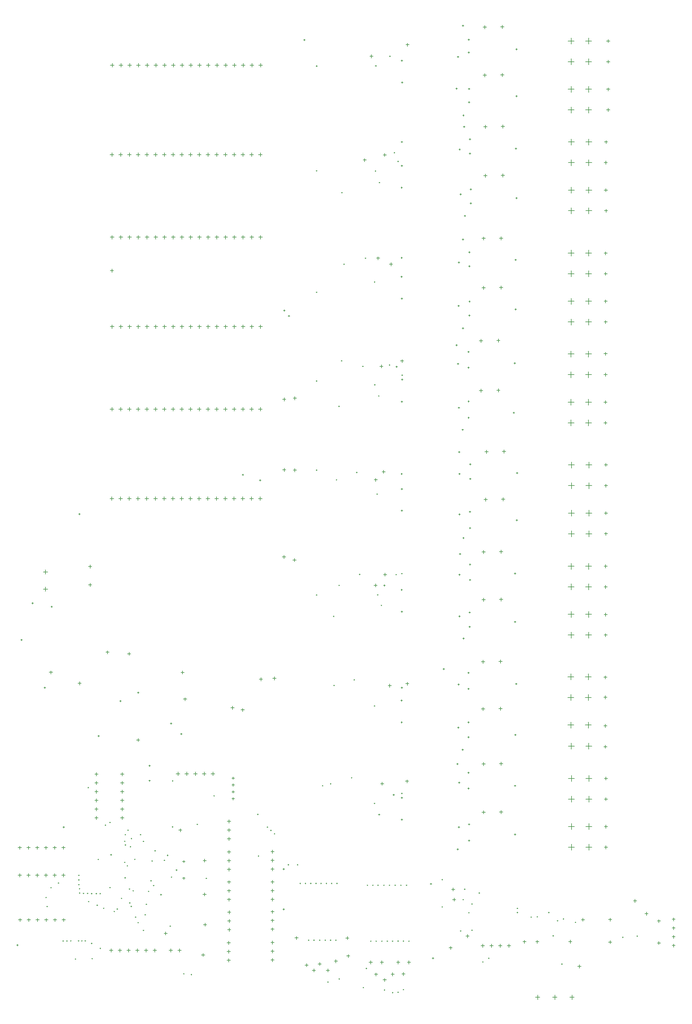
<source format=gbr>
%TF.GenerationSoftware,Altium Limited,Altium Designer,24.10.1 (45)*%
G04 Layer_Color=128*
%FSLAX43Y43*%
%MOMM*%
%TF.SameCoordinates,766D9AF5-BA92-4156-BEB6-FD46E2A8267A*%
%TF.FilePolarity,Positive*%
%TF.FileFunction,Drillmap*%
%TF.Part,Single*%
G01*
G75*
%TA.AperFunction,NonConductor*%
%ADD123C,0.127*%
D123*
X75055Y19790D02*
X76055D01*
X75555Y19290D02*
Y20290D01*
X75055Y17250D02*
X76055D01*
X75555Y16750D02*
Y17750D01*
X75055Y14710D02*
X76055D01*
X75555Y14210D02*
Y15210D01*
X138763Y18847D02*
X139763D01*
X139263Y18347D02*
Y19347D01*
X141303Y18847D02*
X142303D01*
X141803Y18347D02*
Y19347D01*
X143843Y18847D02*
X144843D01*
X144343Y18347D02*
Y19347D01*
X136223Y18847D02*
X137223D01*
X136723Y18347D02*
Y19347D01*
X107725Y8900D02*
X108675D01*
X108200Y8425D02*
Y9375D01*
X107400Y156600D02*
X108350D01*
X107875Y156125D02*
Y157075D01*
X106750Y187275D02*
X107700D01*
X107225Y186800D02*
Y187750D01*
X112785Y188834D02*
X113735D01*
X113260Y188359D02*
Y189309D01*
X105125Y154275D02*
X106075D01*
X105600Y153800D02*
Y154750D01*
X107828Y126725D02*
X108778D01*
X108303Y126250D02*
Y127200D01*
X105069Y123600D02*
X106019D01*
X105544Y123125D02*
Y124075D01*
X91175Y11675D02*
X92125D01*
X91650Y11200D02*
Y12150D01*
X82075Y21080D02*
X83025D01*
X82550Y20605D02*
Y21555D01*
X87125Y11650D02*
X88075D01*
X87600Y11175D02*
Y12125D01*
X88816Y13536D02*
X89766D01*
X89291Y13061D02*
Y14011D01*
X85000Y13174D02*
X85950D01*
X85475Y12699D02*
Y13649D01*
X103650Y14011D02*
X104600D01*
X104125Y13536D02*
Y14486D01*
X105200Y10500D02*
X106150D01*
X105675Y10025D02*
Y10975D01*
X110037Y10538D02*
X110988D01*
X110512Y10062D02*
Y11012D01*
X106900Y14011D02*
X107850D01*
X107375Y13536D02*
Y14486D01*
X111630Y14011D02*
X112580D01*
X112105Y13536D02*
Y14486D01*
X114775Y14011D02*
X115725D01*
X115250Y13536D02*
Y14486D01*
X113175Y10625D02*
X114125D01*
X113650Y10150D02*
Y11100D01*
X97100Y15854D02*
X98050D01*
X97575Y15379D02*
Y16329D01*
X96850Y21070D02*
X97800D01*
X97325Y20595D02*
Y21545D01*
X93525Y14350D02*
X94475D01*
X94000Y13875D02*
Y14825D01*
X107750Y248725D02*
X108700D01*
X108225Y248250D02*
Y249200D01*
X109575Y216950D02*
X110525D01*
X110050Y216475D02*
Y217425D01*
X105817Y218700D02*
X106767D01*
X106292Y218225D02*
Y219175D01*
X109200Y94450D02*
X110150D01*
X109675Y93975D02*
Y94925D01*
X103850Y277400D02*
X104800D01*
X104325Y276925D02*
Y277875D01*
X114294Y94997D02*
X115244D01*
X114769Y94522D02*
Y95472D01*
X114224Y66652D02*
X115174D01*
X114699Y66177D02*
Y67127D01*
X31328Y56037D02*
X32328D01*
X31828Y55537D02*
Y56537D01*
X31328Y58577D02*
X32328D01*
X31828Y58077D02*
Y59077D01*
X31328Y61117D02*
X32328D01*
X31828Y60617D02*
Y61617D01*
X31328Y63657D02*
X32328D01*
X31828Y63157D02*
Y64157D01*
X31328Y66197D02*
X32328D01*
X31828Y65697D02*
Y66697D01*
X31328Y68737D02*
X32328D01*
X31828Y68237D02*
Y69237D01*
X114340Y280779D02*
X115290D01*
X114815Y280304D02*
Y281254D01*
X101901Y247251D02*
X102851D01*
X102376Y246776D02*
Y247726D01*
X106975Y65950D02*
X107925D01*
X107450Y65475D02*
Y66425D01*
X36000Y78625D02*
X36950D01*
X36475Y78150D02*
Y79100D01*
X21975Y123733D02*
X22975D01*
X22475Y123233D02*
Y124233D01*
X21975Y129067D02*
X22975D01*
X22475Y128567D02*
Y129567D01*
X47987Y17456D02*
X48987D01*
X48487Y16956D02*
Y17956D01*
X45447Y17456D02*
X46447D01*
X45947Y16956D02*
Y17956D01*
X14247Y47332D02*
X15247D01*
X14747Y46832D02*
Y47832D01*
X11707Y47332D02*
X12707D01*
X12207Y46832D02*
Y47832D01*
X9167Y47332D02*
X10167D01*
X9667Y46832D02*
Y47832D01*
X6627Y47332D02*
X7627D01*
X7127Y46832D02*
Y47832D01*
X4087Y47332D02*
X5087D01*
X4587Y46832D02*
Y47832D01*
X1547Y47332D02*
X2547D01*
X2047Y46832D02*
Y47832D01*
X191825Y18900D02*
X192725D01*
X192275Y18450D02*
Y19350D01*
X191825Y21440D02*
X192725D01*
X192275Y20990D02*
Y21890D01*
X191825Y23980D02*
X192725D01*
X192275Y23530D02*
Y24430D01*
X191825Y26520D02*
X192725D01*
X192275Y26070D02*
Y26970D01*
X187518Y19638D02*
X188468D01*
X187993Y19163D02*
Y20113D01*
X173318Y19891D02*
X174268D01*
X173793Y19416D02*
Y20366D01*
X180548Y31868D02*
X181498D01*
X181023Y31393D02*
Y32343D01*
X173318Y26418D02*
X174268D01*
X173793Y25943D02*
Y26893D01*
X187518Y25998D02*
X188468D01*
X187993Y25523D02*
Y26473D01*
X183898Y28158D02*
X184848D01*
X184373Y27683D02*
Y28633D01*
X28077Y17496D02*
X29077D01*
X28577Y16996D02*
Y17996D01*
X30617Y17496D02*
X31617D01*
X31117Y16996D02*
Y17996D01*
X33157Y17496D02*
X34157D01*
X33657Y16996D02*
Y17996D01*
X35697Y17496D02*
X36697D01*
X36197Y16996D02*
Y17996D01*
X38237Y17496D02*
X39237D01*
X38737Y16996D02*
Y17996D01*
X40777Y17496D02*
X41777D01*
X41277Y16996D02*
Y17996D01*
X75055Y41110D02*
X76055D01*
X75555Y40610D02*
Y41610D01*
X75055Y43650D02*
X76055D01*
X75555Y43150D02*
Y44150D01*
X75055Y46190D02*
X76055D01*
X75555Y45690D02*
Y46690D01*
X75055Y32295D02*
X76055D01*
X75555Y31795D02*
Y32795D01*
X75055Y34835D02*
X76055D01*
X75555Y34335D02*
Y35335D01*
X75055Y37375D02*
X76055D01*
X75555Y36875D02*
Y37875D01*
X75055Y23625D02*
X76055D01*
X75555Y23125D02*
Y24125D01*
X75055Y26165D02*
X76055D01*
X75555Y25665D02*
Y26665D01*
X75055Y28705D02*
X76055D01*
X75555Y28205D02*
Y29205D01*
X44000Y22408D02*
X44950D01*
X44475Y21933D02*
Y22883D01*
X63722Y61561D02*
X64522D01*
X64122Y61161D02*
Y61961D01*
X63722Y65561D02*
X64522D01*
X64122Y65161D02*
Y65961D01*
X63722Y67561D02*
X64522D01*
X64122Y67161D02*
Y67961D01*
X63722Y63561D02*
X64522D01*
X64122Y63161D02*
Y63961D01*
X62417Y46131D02*
X63417D01*
X62917Y45631D02*
Y46631D01*
X62417Y43591D02*
X63417D01*
X62917Y43091D02*
Y44091D01*
X62417Y41051D02*
X63417D01*
X62917Y40551D02*
Y41551D01*
X55348Y43591D02*
X56298D01*
X55823Y43116D02*
Y44066D01*
X62367Y54961D02*
X63367D01*
X62867Y54461D02*
Y55461D01*
X62367Y52421D02*
X63367D01*
X62867Y51921D02*
Y52921D01*
X62367Y49881D02*
X63367D01*
X62867Y49381D02*
Y50381D01*
X48275Y52421D02*
X49225D01*
X48750Y51946D02*
Y52896D01*
X49387Y43326D02*
X50087D01*
X49737Y42976D02*
Y43676D01*
X49387Y38446D02*
X50087D01*
X49737Y38096D02*
Y38796D01*
X62443Y28567D02*
X63443D01*
X62943Y28067D02*
Y29067D01*
X62443Y26027D02*
X63443D01*
X62943Y25527D02*
Y26527D01*
X62443Y23487D02*
X63443D01*
X62943Y22987D02*
Y23987D01*
X55473Y24951D02*
X56423D01*
X55948Y24476D02*
Y25426D01*
X62342Y19667D02*
X63342D01*
X62842Y19167D02*
Y20167D01*
X62342Y17127D02*
X63342D01*
X62842Y16627D02*
Y17627D01*
X62342Y14587D02*
X63342D01*
X62842Y14087D02*
Y15087D01*
X54897Y16167D02*
X55847D01*
X55372Y15692D02*
Y16642D01*
X62393Y37342D02*
X63393D01*
X62893Y36842D02*
Y37842D01*
X62393Y34802D02*
X63393D01*
X62893Y34302D02*
Y35302D01*
X62393Y32262D02*
X63393D01*
X62893Y31762D02*
Y32762D01*
X55318Y33754D02*
X56268D01*
X55793Y33279D02*
Y34229D01*
X52572Y68807D02*
X53672D01*
X53122Y68257D02*
Y69357D01*
X55112Y68807D02*
X56212D01*
X55662Y68257D02*
Y69357D01*
X50032Y68807D02*
X51132D01*
X50582Y68257D02*
Y69357D01*
X47492Y68807D02*
X48592D01*
X48042Y68257D02*
Y69357D01*
X57652Y68807D02*
X58752D01*
X58202Y68257D02*
Y69357D01*
X23828Y68737D02*
X24828D01*
X24328Y68237D02*
Y69237D01*
X23828Y66197D02*
X24828D01*
X24328Y65697D02*
Y66697D01*
X23828Y63657D02*
X24828D01*
X24328Y63157D02*
Y64157D01*
X23828Y61117D02*
X24828D01*
X24328Y60617D02*
Y61617D01*
X23828Y58577D02*
X24828D01*
X24328Y58077D02*
Y59077D01*
X23828Y56037D02*
X24828D01*
X24328Y55537D02*
Y56537D01*
X148383Y20002D02*
X149333D01*
X148858Y19527D02*
Y20477D01*
X127650Y35198D02*
X128600D01*
X128125Y34723D02*
Y35673D01*
X131828Y21628D02*
X132778D01*
X132303Y21153D02*
Y22103D01*
X152117Y20002D02*
X153067D01*
X152592Y19527D02*
Y20477D01*
X157052Y3862D02*
X158352D01*
X157702Y3212D02*
Y4512D01*
X152052Y3862D02*
X153352D01*
X152702Y3212D02*
Y4512D01*
X162052Y3862D02*
X163352D01*
X162702Y3212D02*
Y4512D01*
X164367Y12822D02*
X165317D01*
X164842Y12347D02*
Y13297D01*
X165401Y26412D02*
X166351D01*
X165876Y25937D02*
Y26887D01*
X161709Y20027D02*
X162659D01*
X162184Y19552D02*
Y20502D01*
X14282Y26332D02*
X15282D01*
X14782Y25832D02*
Y26832D01*
X11742Y26332D02*
X12742D01*
X12242Y25832D02*
Y26832D01*
X9202Y26332D02*
X10202D01*
X9702Y25832D02*
Y26832D01*
X6662Y26332D02*
X7662D01*
X7162Y25832D02*
Y26832D01*
X4122Y26332D02*
X5122D01*
X4622Y25832D02*
Y26832D01*
X1582Y26332D02*
X2582D01*
X2082Y25832D02*
Y26832D01*
X14237Y39332D02*
X15237D01*
X14737Y38832D02*
Y39832D01*
X11697Y39332D02*
X12697D01*
X12197Y38832D02*
Y39832D01*
X9157Y39332D02*
X10157D01*
X9657Y38832D02*
Y39832D01*
X6617Y39332D02*
X7617D01*
X7117Y38832D02*
Y39832D01*
X4077Y39332D02*
X5077D01*
X4577Y38832D02*
Y39832D01*
X1537Y39332D02*
X2537D01*
X2037Y38832D02*
Y39832D01*
X127922Y32252D02*
X128872D01*
X128397Y31777D02*
Y32727D01*
X126900Y18224D02*
X127850D01*
X127375Y17749D02*
Y18699D01*
X66450Y224815D02*
X67550D01*
X67000Y224265D02*
Y225365D01*
X63910Y224815D02*
X65010D01*
X64460Y224265D02*
Y225365D01*
X58830Y224815D02*
X59930D01*
X59380Y224265D02*
Y225365D01*
X68990Y224815D02*
X70090D01*
X69540Y224265D02*
Y225365D01*
X71530Y224815D02*
X72630D01*
X72080Y224265D02*
Y225365D01*
X61370Y224815D02*
X62470D01*
X61920Y224265D02*
Y225365D01*
X56290Y224815D02*
X57390D01*
X56840Y224265D02*
Y225365D01*
X53750Y224815D02*
X54850D01*
X54300Y224265D02*
Y225365D01*
X51210Y224815D02*
X52310D01*
X51760Y224265D02*
Y225365D01*
X30890Y224815D02*
X31990D01*
X31440Y224265D02*
Y225365D01*
X33430Y224815D02*
X34530D01*
X33980Y224265D02*
Y225365D01*
X41050Y224815D02*
X42150D01*
X41600Y224265D02*
Y225365D01*
X35970Y224815D02*
X37070D01*
X36520Y224265D02*
Y225365D01*
X43590Y224815D02*
X44690D01*
X44140Y224265D02*
Y225365D01*
X38510Y224815D02*
X39610D01*
X39060Y224265D02*
Y225365D01*
X46130Y224815D02*
X47230D01*
X46680Y224265D02*
Y225365D01*
X28350Y224815D02*
X29450D01*
X28900Y224265D02*
Y225365D01*
X48670Y224815D02*
X49770D01*
X49220Y224265D02*
Y225365D01*
X66410Y174815D02*
X67510D01*
X66960Y174265D02*
Y175365D01*
X63870Y174815D02*
X64970D01*
X64420Y174265D02*
Y175365D01*
X58790Y174815D02*
X59890D01*
X59340Y174265D02*
Y175365D01*
X68950Y174815D02*
X70050D01*
X69500Y174265D02*
Y175365D01*
X71490Y174815D02*
X72590D01*
X72040Y174265D02*
Y175365D01*
X61330Y174815D02*
X62430D01*
X61880Y174265D02*
Y175365D01*
X56250Y174815D02*
X57350D01*
X56800Y174265D02*
Y175365D01*
X53710Y174815D02*
X54810D01*
X54260Y174265D02*
Y175365D01*
X51170Y174815D02*
X52270D01*
X51720Y174265D02*
Y175365D01*
X30850Y174815D02*
X31950D01*
X31400Y174265D02*
Y175365D01*
X33390Y174815D02*
X34490D01*
X33940Y174265D02*
Y175365D01*
X41010Y174815D02*
X42110D01*
X41560Y174265D02*
Y175365D01*
X35930Y174815D02*
X37030D01*
X36480Y174265D02*
Y175365D01*
X43550Y174815D02*
X44650D01*
X44100Y174265D02*
Y175365D01*
X38470Y174815D02*
X39570D01*
X39020Y174265D02*
Y175365D01*
X46090Y174815D02*
X47190D01*
X46640Y174265D02*
Y175365D01*
X28310Y174815D02*
X29410D01*
X28860Y174265D02*
Y175365D01*
X48630Y174815D02*
X49730D01*
X49180Y174265D02*
Y175365D01*
X140763Y180304D02*
X141763D01*
X141263Y179804D02*
Y180804D01*
X135688Y180229D02*
X136688D01*
X136188Y179729D02*
Y180729D01*
X140763Y194774D02*
X141763D01*
X141263Y194274D02*
Y195274D01*
X135688Y194699D02*
X136688D01*
X136188Y194199D02*
Y195199D01*
X141540Y210203D02*
X142540D01*
X142040Y209703D02*
Y210703D01*
X136465Y210128D02*
X137465D01*
X136965Y209628D02*
Y210628D01*
X141570Y224524D02*
X142570D01*
X142070Y224024D02*
Y225024D01*
X136495Y224449D02*
X137495D01*
X136995Y223949D02*
Y224949D01*
X141870Y271963D02*
X142870D01*
X142370Y271463D02*
Y272463D01*
X136795Y271888D02*
X137795D01*
X137295Y271388D02*
Y272388D01*
X141870Y285933D02*
X142870D01*
X142370Y285433D02*
Y286433D01*
X136795Y285858D02*
X137795D01*
X137295Y285358D02*
Y286358D01*
X142056Y242748D02*
X143056D01*
X142556Y242248D02*
Y243248D01*
X136981Y242673D02*
X137981D01*
X137481Y242173D02*
Y243173D01*
X142056Y257006D02*
X143056D01*
X142556Y256506D02*
Y257506D01*
X136981Y256931D02*
X137981D01*
X137481Y256431D02*
Y257431D01*
X171958Y170854D02*
X172908D01*
X172433Y170379D02*
Y171329D01*
X171958Y176854D02*
X172908D01*
X172433Y176379D02*
Y177329D01*
X171978Y184874D02*
X172928D01*
X172453Y184399D02*
Y185349D01*
X171978Y190934D02*
X172928D01*
X172453Y190459D02*
Y191409D01*
X172025Y200174D02*
X172975D01*
X172500Y199699D02*
Y200649D01*
X172025Y206174D02*
X172975D01*
X172500Y205699D02*
Y206649D01*
X172025Y214174D02*
X172975D01*
X172500Y213699D02*
Y214649D01*
X172025Y220144D02*
X172975D01*
X172500Y219669D02*
Y220619D01*
X172751Y261823D02*
X173701D01*
X173226Y261348D02*
Y262298D01*
X172751Y267823D02*
X173701D01*
X173226Y267348D02*
Y268298D01*
X172751Y275823D02*
X173701D01*
X173226Y275348D02*
Y276298D01*
X172751Y281823D02*
X173701D01*
X173226Y281348D02*
Y282298D01*
X172117Y232498D02*
X173067D01*
X172592Y232023D02*
Y232973D01*
X172067Y238498D02*
X173017D01*
X172542Y238023D02*
Y238973D01*
X172027Y246498D02*
X172977D01*
X172502Y246023D02*
Y246973D01*
X172117Y252498D02*
X173067D01*
X172592Y252023D02*
Y252973D01*
X161504Y170854D02*
X163282D01*
X162393Y169965D02*
Y171743D01*
X166584Y170854D02*
X168362D01*
X167473Y169965D02*
Y171743D01*
X161504Y176854D02*
X163282D01*
X162393Y175965D02*
Y177743D01*
X166584Y176854D02*
X168362D01*
X167473Y175965D02*
Y177743D01*
X161504Y184854D02*
X163282D01*
X162393Y183965D02*
Y185743D01*
X166584Y184854D02*
X168362D01*
X167473Y183965D02*
Y185743D01*
X161504Y190854D02*
X163282D01*
X162393Y189965D02*
Y191743D01*
X166584Y190854D02*
X168362D01*
X167473Y189965D02*
Y191743D01*
X161571Y200174D02*
X163349D01*
X162460Y199285D02*
Y201063D01*
X166651Y200174D02*
X168429D01*
X167540Y199285D02*
Y201063D01*
X161571Y206174D02*
X163349D01*
X162460Y205285D02*
Y207063D01*
X166651Y206174D02*
X168429D01*
X167540Y205285D02*
Y207063D01*
X161571Y214174D02*
X163349D01*
X162460Y213285D02*
Y215063D01*
X166651Y214174D02*
X168429D01*
X167540Y213285D02*
Y215063D01*
X161571Y220174D02*
X163349D01*
X162460Y219285D02*
Y221063D01*
X166651Y220174D02*
X168429D01*
X167540Y219285D02*
Y221063D01*
X161561Y261823D02*
X163339D01*
X162450Y260934D02*
Y262712D01*
X166641Y261823D02*
X168419D01*
X167530Y260934D02*
Y262712D01*
X161561Y267823D02*
X163339D01*
X162450Y266934D02*
Y268712D01*
X166641Y267823D02*
X168419D01*
X167530Y266934D02*
Y268712D01*
X161561Y275823D02*
X163339D01*
X162450Y274934D02*
Y276712D01*
X166641Y275823D02*
X168419D01*
X167530Y274934D02*
Y276712D01*
X161561Y281823D02*
X163339D01*
X162450Y280934D02*
Y282712D01*
X166641Y281823D02*
X168419D01*
X167530Y280934D02*
Y282712D01*
X161613Y232498D02*
X163391D01*
X162502Y231609D02*
Y233387D01*
X166693Y232498D02*
X168471D01*
X167582Y231609D02*
Y233387D01*
X161613Y238498D02*
X163391D01*
X162502Y237609D02*
Y239387D01*
X166693Y238498D02*
X168471D01*
X167582Y237609D02*
Y239387D01*
X161613Y246498D02*
X163391D01*
X162502Y245609D02*
Y247387D01*
X166693Y246498D02*
X168471D01*
X167582Y245609D02*
Y247387D01*
X161613Y252498D02*
X163391D01*
X162502Y251609D02*
Y253387D01*
X166693Y252498D02*
X168471D01*
X167582Y251609D02*
Y253387D01*
X66420Y198815D02*
X67520D01*
X66970Y198265D02*
Y199365D01*
X63880Y198815D02*
X64980D01*
X64430Y198265D02*
Y199365D01*
X58800Y198815D02*
X59900D01*
X59350Y198265D02*
Y199365D01*
X68960Y198815D02*
X70060D01*
X69510Y198265D02*
Y199365D01*
X71500Y198815D02*
X72600D01*
X72050Y198265D02*
Y199365D01*
X61340Y198815D02*
X62440D01*
X61890Y198265D02*
Y199365D01*
X56260Y198815D02*
X57360D01*
X56810Y198265D02*
Y199365D01*
X53720Y198815D02*
X54820D01*
X54270Y198265D02*
Y199365D01*
X51180Y198815D02*
X52280D01*
X51730Y198265D02*
Y199365D01*
X30860Y198815D02*
X31960D01*
X31410Y198265D02*
Y199365D01*
X33400Y198815D02*
X34500D01*
X33950Y198265D02*
Y199365D01*
X41020Y198815D02*
X42120D01*
X41570Y198265D02*
Y199365D01*
X35940Y198815D02*
X37040D01*
X36490Y198265D02*
Y199365D01*
X43560Y198815D02*
X44660D01*
X44110Y198265D02*
Y199365D01*
X38480Y198815D02*
X39580D01*
X39030Y198265D02*
Y199365D01*
X46100Y198815D02*
X47200D01*
X46650Y198265D02*
Y199365D01*
X28320Y198815D02*
X29420D01*
X28870Y198265D02*
Y199365D01*
X48640Y198815D02*
X49740D01*
X49190Y198265D02*
Y199365D01*
X66360Y148815D02*
X67460D01*
X66910Y148265D02*
Y149365D01*
X63820Y148815D02*
X64920D01*
X64370Y148265D02*
Y149365D01*
X58740Y148815D02*
X59840D01*
X59290Y148265D02*
Y149365D01*
X68900Y148815D02*
X70000D01*
X69450Y148265D02*
Y149365D01*
X71440Y148815D02*
X72540D01*
X71990Y148265D02*
Y149365D01*
X61280Y148815D02*
X62380D01*
X61830Y148265D02*
Y149365D01*
X56200Y148815D02*
X57300D01*
X56750Y148265D02*
Y149365D01*
X53660Y148815D02*
X54760D01*
X54210Y148265D02*
Y149365D01*
X51120Y148815D02*
X52220D01*
X51670Y148265D02*
Y149365D01*
X30800Y148815D02*
X31900D01*
X31350Y148265D02*
Y149365D01*
X33340Y148815D02*
X34440D01*
X33890Y148265D02*
Y149365D01*
X40960Y148815D02*
X42060D01*
X41510Y148265D02*
Y149365D01*
X35880Y148815D02*
X36980D01*
X36430Y148265D02*
Y149365D01*
X43500Y148815D02*
X44600D01*
X44050Y148265D02*
Y149365D01*
X38420Y148815D02*
X39520D01*
X38970Y148265D02*
Y149365D01*
X46040Y148815D02*
X47140D01*
X46590Y148265D02*
Y149365D01*
X28260Y148815D02*
X29360D01*
X28810Y148265D02*
Y149365D01*
X48580Y148815D02*
X49680D01*
X49130Y148265D02*
Y149365D01*
X141574Y57725D02*
X142574D01*
X142074Y57225D02*
Y58225D01*
X136499Y57650D02*
X137499D01*
X136999Y57150D02*
Y58150D01*
X136499Y71664D02*
X137499D01*
X136999Y71164D02*
Y72164D01*
X141574Y71739D02*
X142574D01*
X142074Y71239D02*
Y72239D01*
X141414Y87735D02*
X142414D01*
X141914Y87235D02*
Y88235D01*
X136339Y87660D02*
X137339D01*
X136839Y87160D02*
Y88160D01*
X141414Y101475D02*
X142414D01*
X141914Y100975D02*
Y101975D01*
X136339Y101400D02*
X137339D01*
X136839Y100900D02*
Y101900D01*
X142174Y148609D02*
X143174D01*
X142674Y148109D02*
Y149109D01*
X137099Y148534D02*
X138099D01*
X137599Y148034D02*
Y149034D01*
X142394Y162509D02*
X143394D01*
X142894Y162009D02*
Y163009D01*
X137319Y162434D02*
X138319D01*
X137819Y161934D02*
Y162934D01*
X141556Y119499D02*
X142556D01*
X142056Y118999D02*
Y119999D01*
X136481Y119424D02*
X137481D01*
X136981Y118924D02*
Y119924D01*
X141556Y133389D02*
X142556D01*
X142056Y132889D02*
Y133889D01*
X136481Y133314D02*
X137481D01*
X136981Y132814D02*
Y133814D01*
X172099Y47455D02*
X173049D01*
X172574Y46980D02*
Y47930D01*
X172099Y53465D02*
X173049D01*
X172574Y52990D02*
Y53940D01*
X172099Y61445D02*
X173049D01*
X172574Y60970D02*
Y61920D01*
X172099Y67465D02*
X173049D01*
X172574Y66990D02*
Y67940D01*
X171939Y76685D02*
X172889D01*
X172414Y76210D02*
Y77160D01*
X171939Y82765D02*
X172889D01*
X172414Y82290D02*
Y83240D01*
X171939Y91055D02*
X172889D01*
X172414Y90580D02*
Y91530D01*
X171939Y96875D02*
X172889D01*
X172414Y96400D02*
Y97350D01*
X172079Y138629D02*
X173029D01*
X172554Y138154D02*
Y139104D01*
X172079Y144579D02*
X173029D01*
X172554Y144104D02*
Y145054D01*
X172079Y152579D02*
X173029D01*
X172554Y152104D02*
Y153054D01*
X172079Y158639D02*
X173029D01*
X172554Y158164D02*
Y159114D01*
X172011Y109149D02*
X172961D01*
X172486Y108674D02*
Y109624D01*
X172011Y115109D02*
X172961D01*
X172486Y114634D02*
Y115584D01*
X172011Y123149D02*
X172961D01*
X172486Y122674D02*
Y123624D01*
X172011Y129149D02*
X172961D01*
X172486Y128674D02*
Y129624D01*
X161645Y47465D02*
X163423D01*
X162534Y46576D02*
Y48354D01*
X166725Y47465D02*
X168503D01*
X167614Y46576D02*
Y48354D01*
X161645Y53465D02*
X163423D01*
X162534Y52576D02*
Y54354D01*
X166725Y53465D02*
X168503D01*
X167614Y52576D02*
Y54354D01*
X166725Y61465D02*
X168503D01*
X167614Y60576D02*
Y62354D01*
X161645Y61465D02*
X163423D01*
X162534Y60576D02*
Y62354D01*
X166725Y67465D02*
X168503D01*
X167614Y66576D02*
Y68354D01*
X161645Y67465D02*
X163423D01*
X162534Y66576D02*
Y68354D01*
X161595Y76855D02*
X163373D01*
X162484Y75966D02*
Y77744D01*
X166675Y76855D02*
X168453D01*
X167564Y75966D02*
Y77744D01*
X161485Y82985D02*
X163263D01*
X162374Y82096D02*
Y83874D01*
X166565Y82985D02*
X168343D01*
X167454Y82096D02*
Y83874D01*
X161485Y90985D02*
X163263D01*
X162374Y90096D02*
Y91874D01*
X166565Y90985D02*
X168343D01*
X167454Y90096D02*
Y91874D01*
X161485Y96985D02*
X163263D01*
X162374Y96096D02*
Y97874D01*
X166565Y96985D02*
X168343D01*
X167454Y96096D02*
Y97874D01*
X161625Y138579D02*
X163403D01*
X162514Y137690D02*
Y139468D01*
X166705Y138579D02*
X168483D01*
X167594Y137690D02*
Y139468D01*
X161625Y144579D02*
X163403D01*
X162514Y143690D02*
Y145468D01*
X166705Y144579D02*
X168483D01*
X167594Y143690D02*
Y145468D01*
X161625Y152579D02*
X163403D01*
X162514Y151690D02*
Y153468D01*
X166705Y152579D02*
X168483D01*
X167594Y151690D02*
Y153468D01*
X161625Y158579D02*
X163403D01*
X162514Y157690D02*
Y159468D01*
X166705Y158579D02*
X168483D01*
X167594Y157690D02*
Y159468D01*
X161557Y109149D02*
X163335D01*
X162446Y108260D02*
Y110038D01*
X166637Y109149D02*
X168415D01*
X167526Y108260D02*
Y110038D01*
X161557Y115149D02*
X163335D01*
X162446Y114260D02*
Y116038D01*
X166637Y115149D02*
X168415D01*
X167526Y114260D02*
Y116038D01*
X161557Y123149D02*
X163335D01*
X162446Y122260D02*
Y124038D01*
X166637Y123149D02*
X168415D01*
X167526Y122260D02*
Y124038D01*
X161557Y129149D02*
X163335D01*
X162446Y128260D02*
Y130038D01*
X166637Y129149D02*
X168415D01*
X167526Y128260D02*
Y130038D01*
X49636Y90534D02*
X50586D01*
X50111Y90059D02*
Y91009D01*
X48905Y98269D02*
X49855D01*
X49380Y97794D02*
Y98744D01*
X18975Y95125D02*
X19925D01*
X19450Y94650D02*
Y95600D01*
X10615Y98319D02*
X11565D01*
X11090Y97844D02*
Y98794D01*
X8850Y122500D02*
X10150D01*
X9500Y121850D02*
Y123150D01*
X8850Y127500D02*
X10150D01*
X9500Y126850D02*
Y128150D01*
X48600Y248815D02*
X49700D01*
X49150Y248265D02*
Y249365D01*
X28280Y248815D02*
X29380D01*
X28830Y248265D02*
Y249365D01*
X46060Y248815D02*
X47160D01*
X46610Y248265D02*
Y249365D01*
X38440Y248815D02*
X39540D01*
X38990Y248265D02*
Y249365D01*
X43520Y248815D02*
X44620D01*
X44070Y248265D02*
Y249365D01*
X35900Y248815D02*
X37000D01*
X36450Y248265D02*
Y249365D01*
X40980Y248815D02*
X42080D01*
X41530Y248265D02*
Y249365D01*
X33360Y248815D02*
X34460D01*
X33910Y248265D02*
Y249365D01*
X30820Y248815D02*
X31920D01*
X31370Y248265D02*
Y249365D01*
X51140Y248815D02*
X52240D01*
X51690Y248265D02*
Y249365D01*
X53680Y248815D02*
X54780D01*
X54230Y248265D02*
Y249365D01*
X56220Y248815D02*
X57320D01*
X56770Y248265D02*
Y249365D01*
X61300Y248815D02*
X62400D01*
X61850Y248265D02*
Y249365D01*
X71460Y248815D02*
X72560D01*
X72010Y248265D02*
Y249365D01*
X68920Y248815D02*
X70020D01*
X69470Y248265D02*
Y249365D01*
X58760Y248815D02*
X59860D01*
X59310Y248265D02*
Y249365D01*
X63840Y248815D02*
X64940D01*
X64390Y248265D02*
Y249365D01*
X66380Y248815D02*
X67480D01*
X66930Y248265D02*
Y249365D01*
X48690Y274815D02*
X49790D01*
X49240Y274265D02*
Y275365D01*
X28370Y274815D02*
X29470D01*
X28920Y274265D02*
Y275365D01*
X46150Y274815D02*
X47250D01*
X46700Y274265D02*
Y275365D01*
X38530Y274815D02*
X39630D01*
X39080Y274265D02*
Y275365D01*
X43610Y274815D02*
X44710D01*
X44160Y274265D02*
Y275365D01*
X35990Y274815D02*
X37090D01*
X36540Y274265D02*
Y275365D01*
X41070Y274815D02*
X42170D01*
X41620Y274265D02*
Y275365D01*
X33450Y274815D02*
X34550D01*
X34000Y274265D02*
Y275365D01*
X30910Y274815D02*
X32010D01*
X31460Y274265D02*
Y275365D01*
X51230Y274815D02*
X52330D01*
X51780Y274265D02*
Y275365D01*
X53770Y274815D02*
X54870D01*
X54320Y274265D02*
Y275365D01*
X56310Y274815D02*
X57410D01*
X56860Y274265D02*
Y275365D01*
X61390Y274815D02*
X62490D01*
X61940Y274265D02*
Y275365D01*
X71550Y274815D02*
X72650D01*
X72100Y274265D02*
Y275365D01*
X69010Y274815D02*
X70110D01*
X69560Y274265D02*
Y275365D01*
X58850Y274815D02*
X59950D01*
X59400Y274265D02*
Y275365D01*
X63930Y274815D02*
X65030D01*
X64480Y274265D02*
Y275365D01*
X66470Y274815D02*
X67570D01*
X67020Y274265D02*
Y275365D01*
X33355Y103699D02*
X34305D01*
X33830Y103224D02*
Y104174D01*
X105125Y211800D02*
X105425D01*
X105275Y211650D02*
Y211950D01*
X105100Y88555D02*
X105400D01*
X105250Y88405D02*
Y88705D01*
X105100Y60205D02*
X105400D01*
X105250Y60055D02*
Y60355D01*
X88250Y244095D02*
X88550D01*
X88400Y243945D02*
Y244245D01*
X105375Y244050D02*
X105675D01*
X105525Y243900D02*
Y244200D01*
X88250Y208795D02*
X88550D01*
X88400Y208645D02*
Y208945D01*
X88250Y183013D02*
X88550D01*
X88400Y182863D02*
Y183163D01*
X105175Y181925D02*
X105475D01*
X105325Y181775D02*
Y182075D01*
X88250Y157119D02*
X88550D01*
X88400Y156969D02*
Y157269D01*
X105825Y150125D02*
X106125D01*
X105975Y149975D02*
Y150275D01*
X88250Y120808D02*
X88550D01*
X88400Y120658D02*
Y120958D01*
X106030Y120824D02*
X106330D01*
X106180Y120674D02*
Y120974D01*
X136606Y14125D02*
X136906D01*
X136756Y13975D02*
Y14275D01*
X84575Y282150D02*
X85075D01*
X84825Y281900D02*
Y282400D01*
X88200Y274550D02*
X88600D01*
X88400Y274350D02*
Y274750D01*
X130700Y286325D02*
X131200D01*
X130950Y286075D02*
Y286575D01*
X124775Y30125D02*
X125075D01*
X124925Y29975D02*
Y30275D01*
X124775Y38050D02*
X125075D01*
X124925Y37900D02*
Y38200D01*
X177343Y21294D02*
X177643D01*
X177493Y21144D02*
Y21444D01*
X121425Y36825D02*
X121925D01*
X121675Y36575D02*
Y37075D01*
X78580Y29455D02*
X79080D01*
X78830Y29205D02*
Y29705D01*
X82705Y42375D02*
X83005D01*
X82855Y42225D02*
Y42525D01*
X80000Y42375D02*
X80300D01*
X80150Y42225D02*
Y42525D01*
X138325Y15200D02*
X138625D01*
X138475Y15050D02*
Y15350D01*
X146675Y29712D02*
X146975D01*
X146825Y29562D02*
Y29862D01*
X155787Y28504D02*
X156087D01*
X155937Y28354D02*
Y28654D01*
X150672Y27172D02*
X150972D01*
X150822Y27022D02*
Y27322D01*
X146675Y28500D02*
X146975D01*
X146825Y28350D02*
Y28650D01*
X152442Y27250D02*
X152742D01*
X152592Y27100D02*
Y27400D01*
X130153Y23115D02*
X130453D01*
X130303Y22965D02*
Y23265D01*
X66400Y87375D02*
X67400D01*
X66900Y86875D02*
Y87875D01*
X89975Y65350D02*
X90275D01*
X90125Y65200D02*
Y65500D01*
X76000Y51375D02*
X76300D01*
X76150Y51225D02*
Y51525D01*
X74925Y52375D02*
X75225D01*
X75075Y52225D02*
Y52525D01*
X73925Y53325D02*
X74225D01*
X74075Y53175D02*
Y53475D01*
X71150Y57000D02*
X71450D01*
X71300Y56850D02*
Y57150D01*
X78580Y41110D02*
X79080D01*
X78830Y40860D02*
Y41360D01*
X93200Y114600D02*
X93500D01*
X93350Y114450D02*
Y114750D01*
X94750Y175625D02*
X95050D01*
X94900Y175475D02*
Y175775D01*
X53525Y54100D02*
X53825D01*
X53675Y53950D02*
Y54250D01*
X34357Y50007D02*
X34657D01*
X34507Y49857D02*
Y50157D01*
X95600Y237750D02*
X95900D01*
X95750Y237600D02*
Y237900D01*
X105425Y274603D02*
X105825D01*
X105625Y274403D02*
Y274803D01*
X99195Y96125D02*
X99495D01*
X99345Y95975D02*
Y96275D01*
X112931Y206949D02*
X113431D01*
X113181Y206699D02*
Y207199D01*
X102445Y218700D02*
X102745D01*
X102595Y218550D02*
Y218850D01*
X111400Y187125D02*
X111900D01*
X111650Y186875D02*
Y187375D01*
X109450Y187650D02*
X109750D01*
X109600Y187500D02*
Y187800D01*
X112875Y90125D02*
X113375D01*
X113125Y89875D02*
Y90375D01*
X112907Y93848D02*
X113407D01*
X113157Y93598D02*
Y94098D01*
X112909Y115959D02*
X113409D01*
X113159Y115709D02*
Y116209D01*
X112900Y83750D02*
X113400D01*
X113150Y83500D02*
Y84000D01*
X112900Y122300D02*
X113400D01*
X113150Y122050D02*
Y122550D01*
X113025Y127000D02*
X113325D01*
X113175Y126850D02*
Y127150D01*
X112925Y145300D02*
X113425D01*
X113175Y145050D02*
Y145550D01*
X112912Y151614D02*
X113412D01*
X113162Y151364D02*
Y151864D01*
X112875Y213350D02*
X113375D01*
X113125Y213100D02*
Y213600D01*
X112900Y218825D02*
X113400D01*
X113150Y218575D02*
Y219075D01*
X112950Y245550D02*
X113450D01*
X113200Y245300D02*
Y245800D01*
X112900Y239225D02*
X113400D01*
X113150Y238975D02*
Y239475D01*
X112975Y252475D02*
X113475D01*
X113225Y252225D02*
Y252725D01*
X112975Y276100D02*
X113475D01*
X113225Y275850D02*
Y276350D01*
X113004Y269788D02*
X113504D01*
X113254Y269538D02*
Y270038D01*
X96225Y216950D02*
X96525D01*
X96375Y216800D02*
Y217100D01*
X112900Y156000D02*
X113400D01*
X113150Y155750D02*
Y156250D01*
X112912Y176998D02*
X113412D01*
X113162Y176748D02*
Y177248D01*
X111950Y246825D02*
X112250D01*
X112100Y246675D02*
Y246975D01*
X112948Y55500D02*
X113448D01*
X113198Y55250D02*
Y55750D01*
X71325Y44925D02*
X71625D01*
X71475Y44775D02*
Y45075D01*
X34087Y47625D02*
X34387D01*
X34237Y47475D02*
Y47775D01*
X33357Y52407D02*
X33657D01*
X33507Y52257D02*
Y52557D01*
X32582Y51125D02*
X32882D01*
X32732Y50975D02*
Y51275D01*
X37000Y51125D02*
X37300D01*
X37150Y50975D02*
Y51275D01*
X33857Y31275D02*
X34157D01*
X34007Y31125D02*
Y31425D01*
X26800Y53875D02*
X27100D01*
X26950Y53725D02*
Y54025D01*
X28122Y54675D02*
X28422D01*
X28272Y54525D02*
Y54825D01*
X39550Y71125D02*
X40050D01*
X39800Y70875D02*
Y71375D01*
X39525Y66800D02*
X40025D01*
X39775Y66550D02*
Y67050D01*
X35550Y27175D02*
X35850D01*
X35700Y27025D02*
Y27325D01*
X36300Y25550D02*
X36600D01*
X36450Y25400D02*
Y25700D01*
X56125Y38425D02*
X56425D01*
X56275Y38275D02*
Y38575D01*
X38350Y27850D02*
X38650D01*
X38500Y27700D02*
Y28000D01*
X37857Y23299D02*
X38157D01*
X38007Y23149D02*
Y23449D01*
X34300Y30250D02*
X34600D01*
X34450Y30100D02*
Y30400D01*
X25282Y34000D02*
X25582D01*
X25432Y33850D02*
Y34150D01*
X49600Y10675D02*
X49900D01*
X49750Y10525D02*
Y10825D01*
X102725Y12250D02*
X103025D01*
X102875Y12100D02*
Y12400D01*
X51800Y10455D02*
X52100D01*
X51950Y10305D02*
Y10605D01*
X25292Y18060D02*
X25592D01*
X25442Y17910D02*
Y18210D01*
X22800Y19520D02*
X23100D01*
X22950Y19370D02*
Y19670D01*
X28125Y35728D02*
X28425D01*
X28275Y35578D02*
Y35878D01*
X24150Y34000D02*
X24450D01*
X24300Y33850D02*
Y34150D01*
X31476Y32598D02*
X31776D01*
X31626Y32448D02*
Y32748D01*
X26297Y29732D02*
X26597D01*
X26447Y29582D02*
Y29882D01*
X22800Y34000D02*
X23100D01*
X22950Y33850D02*
Y34150D01*
X101825Y6685D02*
X102125D01*
X101975Y6535D02*
Y6835D01*
X108000Y5955D02*
X108300D01*
X108150Y5805D02*
Y6105D01*
X94800Y9175D02*
X95100D01*
X94950Y9025D02*
Y9325D01*
X91525Y8290D02*
X91825D01*
X91675Y8140D02*
Y8440D01*
X22925Y15075D02*
X23225D01*
X23075Y14925D02*
Y15225D01*
X18075Y14975D02*
X18375D01*
X18225Y14825D02*
Y15125D01*
X111955Y5317D02*
X112255D01*
X112105Y5167D02*
Y5467D01*
X15582Y20221D02*
X15882D01*
X15732Y20071D02*
Y20371D01*
X14507Y20221D02*
X14807D01*
X14657Y20071D02*
Y20371D01*
X16732Y20246D02*
X17032D01*
X16882Y20096D02*
Y20396D01*
X19260Y35400D02*
X19560D01*
X19410Y35250D02*
Y35550D01*
X19075Y36582D02*
X19375D01*
X19225Y36432D02*
Y36732D01*
X19075Y37975D02*
X19375D01*
X19225Y37825D02*
Y38125D01*
X19075Y39287D02*
X19375D01*
X19225Y39137D02*
Y39437D01*
X104010Y20150D02*
X104310D01*
X104160Y20000D02*
Y20300D01*
X110363Y5225D02*
X110662D01*
X110512Y5075D02*
Y5375D01*
X113500Y6075D02*
X113800D01*
X113650Y5925D02*
Y6225D01*
X21600Y34050D02*
X21900D01*
X21750Y33900D02*
Y34200D01*
X9825Y30225D02*
X10125D01*
X9975Y30075D02*
Y30375D01*
X10975Y35725D02*
X11275D01*
X11125Y35575D02*
Y35875D01*
X13125Y37075D02*
X13425D01*
X13275Y36925D02*
Y37225D01*
X9525Y32850D02*
X9825D01*
X9675Y32700D02*
Y33000D01*
X24700Y43925D02*
X25000D01*
X24850Y43775D02*
Y44075D01*
X18965Y20246D02*
X19265D01*
X19115Y20096D02*
Y20396D01*
X19945Y20250D02*
X20245D01*
X20095Y20100D02*
Y20400D01*
X20925Y20250D02*
X21225D01*
X21075Y20100D02*
Y20400D01*
X19275Y34175D02*
X19575D01*
X19425Y34025D02*
Y34325D01*
X20400Y34050D02*
X20700D01*
X20550Y33900D02*
Y34200D01*
X30257Y29482D02*
X30557D01*
X30407Y29332D02*
Y29632D01*
X29350Y28800D02*
X29650D01*
X29500Y28650D02*
Y28950D01*
X115100Y20150D02*
X115400D01*
X115250Y20000D02*
Y20300D01*
X113500Y20185D02*
X113800D01*
X113650Y20035D02*
Y20335D01*
X111955Y20185D02*
X112255D01*
X112105Y20035D02*
Y20335D01*
X110325Y20150D02*
X110625D01*
X110475Y20000D02*
Y20300D01*
X108815Y20150D02*
X109115D01*
X108965Y20000D02*
Y20300D01*
X107225Y20150D02*
X107525D01*
X107375Y20000D02*
Y20300D01*
X105555Y20150D02*
X105855D01*
X105705Y20000D02*
Y20300D01*
X87470Y20451D02*
X87770D01*
X87620Y20301D02*
Y20601D01*
X85915Y20433D02*
X86215D01*
X86065Y20283D02*
Y20583D01*
X89141Y20434D02*
X89441D01*
X89291Y20284D02*
Y20584D01*
X90746Y20433D02*
X91046D01*
X90896Y20283D02*
Y20583D01*
X92291Y20433D02*
X92591D01*
X92441Y20283D02*
Y20583D01*
X93850Y20433D02*
X94150D01*
X94000Y20283D02*
Y20583D01*
X106543Y240700D02*
X106843D01*
X106693Y240550D02*
Y240850D01*
X92325Y65925D02*
X92625D01*
X92475Y65775D02*
Y66075D01*
X93320Y94500D02*
X93620D01*
X93470Y94350D02*
Y94650D01*
X98430Y67650D02*
X98730D01*
X98580Y67500D02*
Y67800D01*
X101720Y187275D02*
X102020D01*
X101870Y187125D02*
Y187425D01*
X113110Y184700D02*
X113410D01*
X113260Y184550D02*
Y184850D01*
X95520Y188877D02*
X95820D01*
X95670Y188727D02*
Y189027D01*
X99925Y156425D02*
X100225D01*
X100075Y156275D02*
Y156575D01*
X100775Y126775D02*
X101075D01*
X100925Y126625D02*
Y126925D01*
X94025Y154275D02*
X94325D01*
X94175Y154125D02*
Y154425D01*
X94780Y123600D02*
X95080D01*
X94930Y123450D02*
Y123750D01*
X107850Y123600D02*
X108350D01*
X108100Y123350D02*
Y123850D01*
X113048Y63120D02*
X113348D01*
X113198Y62970D02*
Y63270D01*
X110575Y62685D02*
X111075D01*
X110825Y62435D02*
Y62935D01*
X109575Y277400D02*
X109875D01*
X109725Y277250D02*
Y277550D01*
X110875Y249403D02*
X111175D01*
X111025Y249253D02*
Y249553D01*
X21800Y64800D02*
X22100D01*
X21950Y64650D02*
Y64950D01*
X114384Y36420D02*
X114684D01*
X114534Y36270D02*
Y36570D01*
X112765Y36420D02*
X113065D01*
X112915Y36270D02*
Y36570D01*
X111075Y36420D02*
X111375D01*
X111225Y36270D02*
Y36570D01*
X109430Y36420D02*
X109730D01*
X109580Y36270D02*
Y36570D01*
X107820Y36420D02*
X108120D01*
X107970Y36270D02*
Y36570D01*
X106120Y36405D02*
X106420D01*
X106270Y36255D02*
Y36555D01*
X104606Y36420D02*
X104906D01*
X104756Y36270D02*
Y36570D01*
X103020Y36420D02*
X103320D01*
X103170Y36270D02*
Y36570D01*
X94170Y36961D02*
X94470D01*
X94320Y36811D02*
Y37111D01*
X92600Y36961D02*
X92900D01*
X92750Y36811D02*
Y37111D01*
X91081Y36961D02*
X91381D01*
X91231Y36811D02*
Y37111D01*
X89545Y36961D02*
X89845D01*
X89695Y36811D02*
Y37111D01*
X88045Y36961D02*
X88345D01*
X88195Y36811D02*
Y37111D01*
X86535Y36961D02*
X86835D01*
X86685Y36811D02*
Y37111D01*
X84980Y36961D02*
X85280D01*
X85130Y36811D02*
Y37111D01*
X83467Y36961D02*
X83767D01*
X83617Y36811D02*
Y37111D01*
X28375Y45275D02*
X28775D01*
X28575Y45075D02*
Y45475D01*
X44837Y45096D02*
X45237D01*
X45037Y44896D02*
Y45296D01*
X32475Y38576D02*
X32875D01*
X32675Y38376D02*
Y38776D01*
X1125Y19000D02*
X1625D01*
X1375Y18750D02*
Y19250D01*
X42904Y33670D02*
X43304D01*
X43104Y33470D02*
Y33870D01*
X33777Y35311D02*
X34077D01*
X33927Y35161D02*
Y35461D01*
X48785Y80375D02*
X49285D01*
X49035Y80125D02*
Y80625D01*
X46350Y66775D02*
X46650D01*
X46500Y66625D02*
Y66925D01*
X46340Y53385D02*
X46640D01*
X46490Y53235D02*
Y53535D01*
X19100Y144350D02*
X19600D01*
X19350Y144100D02*
Y144600D01*
X129843Y132724D02*
X130343D01*
X130093Y132474D02*
Y132974D01*
X63450Y88025D02*
X64450D01*
X63950Y87525D02*
Y88525D01*
X71675Y96300D02*
X72675D01*
X72175Y95800D02*
Y96800D01*
X75575Y96550D02*
X76575D01*
X76075Y96050D02*
Y97050D01*
X78400Y131875D02*
X79400D01*
X78900Y131375D02*
Y132375D01*
X81475Y130975D02*
X82475D01*
X81975Y130475D02*
Y131475D01*
X58402Y62407D02*
X58702D01*
X58552Y62257D02*
Y62557D01*
X40079Y37694D02*
X40379D01*
X40229Y37544D02*
Y37844D01*
X40842Y36324D02*
X41142D01*
X40992Y36174D02*
Y36474D01*
X37851Y49182D02*
X38151D01*
X38001Y49032D02*
Y49332D01*
X14525Y53275D02*
X15025D01*
X14775Y53025D02*
Y53525D01*
X33164Y42073D02*
X33464D01*
X33314Y41923D02*
Y42223D01*
X34857Y34796D02*
X35157D01*
X35007Y34646D02*
Y34946D01*
X122040Y15226D02*
X122540D01*
X122290Y14976D02*
Y15476D01*
X9050Y93834D02*
X9550D01*
X9300Y93584D02*
Y94084D01*
X32621Y48146D02*
X32921D01*
X32771Y47996D02*
Y48296D01*
X35350Y43950D02*
X35650D01*
X35500Y43800D02*
Y44100D01*
X43970Y43682D02*
X44270D01*
X44120Y43532D02*
Y43832D01*
X181513Y21618D02*
X181813D01*
X181663Y21468D02*
Y21768D01*
X159597Y13492D02*
X159897D01*
X159747Y13342D02*
Y13642D01*
X38703Y30882D02*
X39003D01*
X38853Y30732D02*
Y31032D01*
X24379Y30607D02*
X24679D01*
X24529Y30457D02*
Y30757D01*
X21907Y31682D02*
X22207D01*
X22057Y31532D02*
Y31832D01*
X45647Y24536D02*
X45947D01*
X45797Y24386D02*
Y24686D01*
X47427Y40831D02*
X47827D01*
X47627Y40631D02*
Y41031D01*
X46027Y38777D02*
X46327D01*
X46177Y38627D02*
Y38927D01*
X41225Y46425D02*
X41525D01*
X41375Y46275D02*
Y46575D01*
X40357Y43473D02*
X40657D01*
X40507Y43323D02*
Y43623D01*
X133443Y23362D02*
X133743D01*
X133593Y23212D02*
Y23512D01*
X157057Y21712D02*
X157357D01*
X157207Y21562D02*
Y21862D01*
X163562Y25646D02*
X163862D01*
X163712Y25496D02*
Y25796D01*
X160057Y26632D02*
X160357D01*
X160207Y26482D02*
Y26782D01*
X158347Y26077D02*
X158647D01*
X158497Y25927D02*
Y26227D01*
X39357Y34637D02*
X39657D01*
X39507Y34487D02*
Y34787D01*
X32404Y43076D02*
X32704D01*
X32554Y42926D02*
Y43226D01*
X32410Y49197D02*
X32710D01*
X32560Y49047D02*
Y49347D01*
X133443Y30982D02*
X133743D01*
X133593Y30832D02*
Y31132D01*
X135583Y34157D02*
X135883D01*
X135733Y34007D02*
Y34307D01*
X130883Y32252D02*
X131183D01*
X131033Y32102D02*
Y32402D01*
X131336Y35267D02*
X131636D01*
X131486Y35117D02*
Y35417D01*
X132553Y28442D02*
X132853D01*
X132703Y28292D02*
Y28592D01*
X45775Y83435D02*
X46275D01*
X46025Y83185D02*
Y83685D01*
X11050Y117375D02*
X11550D01*
X11300Y117125D02*
Y117625D01*
X2270Y107709D02*
X2770D01*
X2520Y107459D02*
Y107959D01*
X130650Y75850D02*
X131150D01*
X130900Y75600D02*
Y76100D01*
X130750Y198325D02*
X131250D01*
X131000Y198075D02*
Y198575D01*
X131050Y256900D02*
X131550D01*
X131300Y256650D02*
Y257150D01*
X130850Y260225D02*
X131350D01*
X131100Y259975D02*
Y260475D01*
X130675Y168825D02*
X131175D01*
X130925Y168575D02*
Y169075D01*
X131275Y231025D02*
X131775D01*
X131525Y230775D02*
Y231275D01*
X130725Y224125D02*
X131225D01*
X130975Y223875D02*
Y224375D01*
X81575Y157075D02*
X82575D01*
X82075Y156575D02*
Y157575D01*
X78450Y157200D02*
X79450D01*
X78950Y156700D02*
Y157700D01*
X81575Y178000D02*
X82575D01*
X82075Y177500D02*
Y178500D01*
X78450Y177650D02*
X79450D01*
X78950Y177150D02*
Y178150D01*
X129400Y82275D02*
X129900D01*
X129650Y82025D02*
Y82525D01*
X125150Y99275D02*
X125650D01*
X125400Y99025D02*
Y99525D01*
X130900Y108150D02*
X131400D01*
X131150Y107900D02*
Y108400D01*
X129500Y53280D02*
X130000D01*
X129750Y53030D02*
Y53530D01*
X129200Y46825D02*
X129700D01*
X129450Y46575D02*
Y47075D01*
X129725Y114575D02*
X130225D01*
X129975Y114325D02*
Y114825D01*
X132676Y115734D02*
X133176D01*
X132926Y115484D02*
Y115984D01*
X130850Y137400D02*
X131350D01*
X131100Y137150D02*
Y137650D01*
X129711Y144189D02*
X130211D01*
X129961Y143939D02*
Y144439D01*
X71740Y154100D02*
X72240D01*
X71990Y153850D02*
Y154350D01*
X66675Y155775D02*
X67175D01*
X66925Y155525D02*
Y156025D01*
X28325Y215125D02*
X29325D01*
X28825Y214625D02*
Y215625D01*
X129540Y175254D02*
X130040D01*
X129790Y175004D02*
Y175504D01*
X106325Y56975D02*
X106825D01*
X106575Y56725D02*
Y57225D01*
X107086Y117775D02*
X107386D01*
X107236Y117625D02*
Y117925D01*
X106313Y178650D02*
X106613D01*
X106463Y178500D02*
Y178800D01*
X111375Y126725D02*
X111675D01*
X111525Y126575D02*
Y126875D01*
X78775Y203475D02*
X79275D01*
X79025Y203225D02*
Y203725D01*
X129600Y66225D02*
X130100D01*
X129850Y65975D02*
Y66475D01*
X129125Y71700D02*
X129625D01*
X129375Y71450D02*
Y71950D01*
X129425Y94800D02*
X129925D01*
X129675Y94550D02*
Y95050D01*
X129725Y126725D02*
X130225D01*
X129975Y126475D02*
Y126975D01*
X80125Y201925D02*
X80625D01*
X80375Y201675D02*
Y202175D01*
X129675Y156025D02*
X130175D01*
X129925Y155775D02*
Y156275D01*
X129600Y162325D02*
X130100D01*
X129850Y162075D02*
Y162575D01*
X129475Y204825D02*
X129975D01*
X129725Y204575D02*
Y205075D01*
X130079Y237278D02*
X130579D01*
X130329Y237028D02*
Y237528D01*
X129250Y188000D02*
X129750D01*
X129500Y187750D02*
Y188250D01*
X128850Y193400D02*
X129350D01*
X129100Y193150D02*
Y193650D01*
X129550Y217500D02*
X130050D01*
X129800Y217250D02*
Y217750D01*
X129750Y250300D02*
X130250D01*
X130000Y250050D02*
Y250550D01*
X128886Y268048D02*
X129386D01*
X129136Y267798D02*
Y268298D01*
X129276Y277260D02*
X129776D01*
X129526Y277010D02*
Y277510D01*
X132316Y186934D02*
X132816D01*
X132566Y186684D02*
Y187184D01*
X145498Y173764D02*
X145998D01*
X145748Y173514D02*
Y174014D01*
X145768Y188174D02*
X146268D01*
X146018Y187924D02*
Y188424D01*
X132373Y177069D02*
X132873D01*
X132623Y176819D02*
Y177319D01*
X112993Y183444D02*
X113493D01*
X113243Y183194D02*
Y183694D01*
X132373Y172314D02*
X132873D01*
X132623Y172064D02*
Y172564D01*
X132353Y191504D02*
X132853D01*
X132603Y191254D02*
Y191754D01*
X132600Y202024D02*
X133100D01*
X132850Y201774D02*
Y202274D01*
X132630Y206144D02*
X133130D01*
X132880Y205894D02*
Y206394D01*
X132600Y220444D02*
X133100D01*
X132850Y220194D02*
Y220694D01*
X132580Y216384D02*
X133080D01*
X132830Y216134D02*
Y216634D01*
X146070Y218234D02*
X146570D01*
X146320Y217984D02*
Y218484D01*
X146085Y203823D02*
X146585D01*
X146335Y203573D02*
Y204073D01*
X132722Y253268D02*
X133222D01*
X132972Y253018D02*
Y253518D01*
X132732Y249148D02*
X133232D01*
X132982Y248898D02*
Y249398D01*
X133012Y234678D02*
X133512D01*
X133262Y234428D02*
Y234928D01*
X132972Y238718D02*
X133472D01*
X133222Y238468D02*
Y238968D01*
X146132Y250578D02*
X146632D01*
X146382Y250328D02*
Y250828D01*
X146322Y236158D02*
X146822D01*
X146572Y235908D02*
Y236408D01*
X132410Y282223D02*
X132910D01*
X132660Y281973D02*
Y282473D01*
X132410Y278523D02*
X132910D01*
X132660Y278273D02*
Y278773D01*
X132530Y267913D02*
X133030D01*
X132780Y267663D02*
Y268163D01*
X132520Y264013D02*
X133020D01*
X132770Y263763D02*
Y264263D01*
X146285Y279463D02*
X146785D01*
X146535Y279213D02*
Y279713D01*
X146285Y265843D02*
X146785D01*
X146535Y265593D02*
Y266093D01*
X112948Y61850D02*
X113448D01*
X113198Y61600D02*
Y62100D01*
X132516Y54103D02*
X133016D01*
X132766Y53853D02*
Y54353D01*
X132514Y49422D02*
X133014D01*
X132764Y49172D02*
Y49672D01*
X132365Y69123D02*
X132865D01*
X132615Y68873D02*
Y69373D01*
X132365Y64539D02*
X132865D01*
X132615Y64289D02*
Y64789D01*
X145899Y65359D02*
X146399D01*
X146149Y65109D02*
Y65609D01*
X145899Y51195D02*
X146399D01*
X146149Y50945D02*
Y51445D01*
X132676Y111529D02*
X133176D01*
X132926Y111279D02*
Y111779D01*
X145851Y112969D02*
X146351D01*
X146101Y112719D02*
Y113219D01*
X145886Y127074D02*
X146386D01*
X146136Y126824D02*
Y127324D01*
X132796Y129659D02*
X133296D01*
X133046Y129409D02*
Y129909D01*
X132796Y125199D02*
X133296D01*
X133046Y124949D02*
Y125449D01*
X132824Y158799D02*
X133324D01*
X133074Y158549D02*
Y159049D01*
X132824Y154549D02*
X133324D01*
X133074Y154299D02*
Y154799D01*
X132724Y144989D02*
X133224D01*
X132974Y144739D02*
Y145239D01*
X132794Y140219D02*
X133294D01*
X133044Y139969D02*
Y140469D01*
X146434Y156279D02*
X146934D01*
X146684Y156029D02*
Y156529D01*
X146409Y142564D02*
X146909D01*
X146659Y142314D02*
Y142814D01*
X132309Y83770D02*
X132809D01*
X132559Y83520D02*
Y84020D01*
X132309Y79445D02*
X132809D01*
X132559Y79195D02*
Y79695D01*
X132304Y98135D02*
X132804D01*
X132554Y97885D02*
Y98385D01*
X132324Y93525D02*
X132824D01*
X132574Y93275D02*
Y93775D01*
X146184Y94975D02*
X146684D01*
X146434Y94725D02*
Y95225D01*
X145969Y80170D02*
X146469D01*
X146219Y79920D02*
Y80420D01*
X5490Y118419D02*
X5990D01*
X5740Y118169D02*
Y118669D01*
X36200Y92419D02*
X36700D01*
X36450Y92169D02*
Y92669D01*
X31080Y89979D02*
X31580D01*
X31330Y89729D02*
Y90229D01*
X24685Y79819D02*
X25185D01*
X24935Y79569D02*
Y80069D01*
X27050Y104139D02*
X28050D01*
X27550Y103639D02*
Y104639D01*
%TF.MD5,dbff228fa78db884dd6a2204c8c7fa00*%
M02*

</source>
